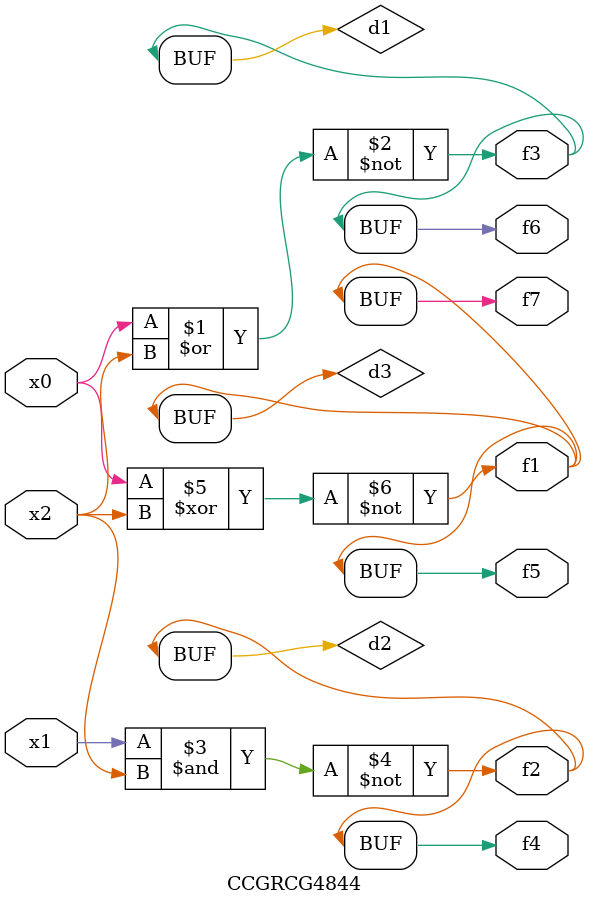
<source format=v>
module CCGRCG4844(
	input x0, x1, x2,
	output f1, f2, f3, f4, f5, f6, f7
);

	wire d1, d2, d3;

	nor (d1, x0, x2);
	nand (d2, x1, x2);
	xnor (d3, x0, x2);
	assign f1 = d3;
	assign f2 = d2;
	assign f3 = d1;
	assign f4 = d2;
	assign f5 = d3;
	assign f6 = d1;
	assign f7 = d3;
endmodule

</source>
